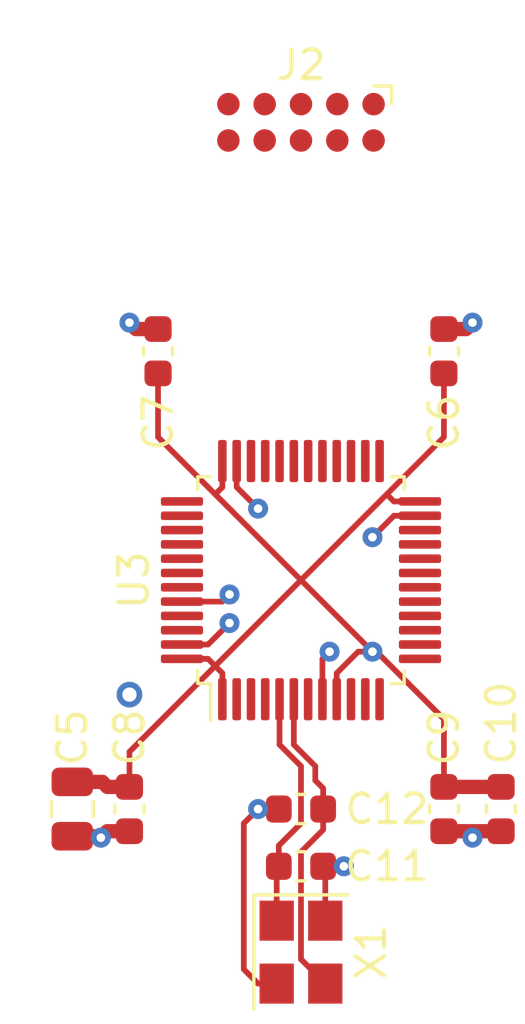
<source format=kicad_pcb>
(kicad_pcb (version 20221018) (generator pcbnew)
  (layers (0 "F.Cu" signal "Front") (31 "B.Cu" signal "Back") (34 "B.Paste" user) (35 "F.Paste" user) (36 "B.SilkS" user "B.Silkscreen") (37 "F.SilkS" user "F.Silkscreen") (38 "B.Mask" user) (39 "F.Mask" user) (44 "Edge.Cuts" user))
  (net 0 "")
  (net 1 "gnd")
  (net 2 "v3v3")
  (net 3 "mcu.adc.curr_1")
  (net 4 "mcu.adc.curr_3")
  (net 5 "mcu.adc.curr_2")
  (net 6 "mcu.gpio.bldc_reset")
  (net 7 "mcu.gpio.bldc_fault")
  (net 8 "mcu.gpio.boost_pwm")
  (net 9 "mcu.gpio.sw1")
  (net 10 "mcu.gpio.pd_int")
  (net 11 "mcu.swd.tdi")
  (net 12 "mcu.gpio.buck_pwm")
  (net 13 "mcu.adc.conv_sense")
  (net 14 "mcu.gpio.rgb")
  (net 15 "mcu.swd.swd.swo")
  (net 16 "mcu.crystal.crystal.b")
  (net 17 "usb_esd.usb.dm")
  (net 18 "bldc_drv.ens.2")
  (net 19 "bldc_drv.ins.1")
  (net 20 "mcu.gpio.bldc_in_2")
  (net 21 "mcu.gpio.bldc_in_3")
  (net 22 "i2c.i2c.sda")
  (net 23 "i2c_tp.io.scl")
  (net 24 "usb.usb.dp")
  (net 25 "bldc_drv.ens.1")
  (net 26 "mcu.gpio.bldc_en_3")
  (net 27 "mcu.swd.swd.swclk")
  (net 28 "mcu.ic.swd.swdio")
  (net 29 "mag.pins.2")
  (net 30 "mcu.swd.swd.reset")
  (net 31 "mcu.crystal.crystal.a")
  (footprint "Capacitor_SMD:C_0603_1608Metric" (layer "F.Cu") (at 141 84)
    (fp_text reference "C11" (at 3 0) (layer "F.SilkS"))
    (fp_text value "C1663")
    (fp_line (start -0.14058 -0.51) (end 0.14058 -0.51) (stroke (width 0.12)) (layer "F.SilkS"))
    (fp_line (start -0.14058 0.51) (end 0.14058 0.51) (stroke (width 0.12)) (layer "F.SilkS"))
    (pad "1" smd roundrect (at -0.775 0) (size 0.9 0.95) (layers "F.Cu" "F.Paste" "F.Mask") (net 31 "mcu.crystal.crystal.a"))
    (pad "2" smd roundrect (at 0.775 0) (size 0.9 0.95) (layers "F.Cu" "F.Paste" "F.Mask") (net 1 "gnd"))
  )
  (footprint "Capacitor_SMD:C_0805_2012Metric" (layer "F.Cu") (at 133 82 -90)
    (fp_text reference "C5" (at -2.5 0 90) (layer "F.SilkS"))
    (fp_text value "C1779")
    (fp_line (start -0.261252 -0.735) (end 0.261252 -0.735) (stroke (width 0.12)) (layer "F.SilkS"))
    (fp_line (start -0.261252 0.735) (end 0.261252 0.735) (stroke (width 0.12)) (layer "F.SilkS"))
    (pad "1" smd roundrect (at -0.95 0 270) (size 1 1.45) (layers "F.Cu" "F.Paste" "F.Mask") (net 2 "v3v3"))
    (pad "2" smd roundrect (at 0.95 0 270) (size 1 1.45) (layers "F.Cu" "F.Paste" "F.Mask") (net 1 "gnd"))
  )
  (footprint "Capacitor_SMD:C_0603_1608Metric" (layer "F.Cu") (at 136 66 90)
    (fp_text reference "C7" (at -2.5 0 90) (layer "F.SilkS"))
    (fp_text value "C14663")
    (fp_line (start -0.14058 -0.51) (end 0.14058 -0.51) (stroke (width 0.12)) (layer "F.SilkS"))
    (fp_line (start -0.14058 0.51) (end 0.14058 0.51) (stroke (width 0.12)) (layer "F.SilkS"))
    (pad "1" smd roundrect (at -0.775 0 90) (size 0.9 0.95) (layers "F.Cu" "F.Paste" "F.Mask") (net 2 "v3v3"))
    (pad "2" smd roundrect (at 0.775 0 90) (size 0.9 0.95) (layers "F.Cu" "F.Paste" "F.Mask") (net 1 "gnd"))
  )
  (footprint "Capacitor_SMD:C_0603_1608Metric" (layer "F.Cu") (at 146 66 90)
    (fp_text reference "C6" (at -2.5 0 90) (layer "F.SilkS"))
    (fp_text value "C14663")
    (fp_line (start -0.14058 -0.51) (end 0.14058 -0.51) (stroke (width 0.12)) (layer "F.SilkS"))
    (fp_line (start -0.14058 0.51) (end 0.14058 0.51) (stroke (width 0.12)) (layer "F.SilkS"))
    (pad "1" smd roundrect (at -0.775 0 90) (size 0.9 0.95) (layers "F.Cu" "F.Paste" "F.Mask") (net 2 "v3v3"))
    (pad "2" smd roundrect (at 0.775 0 90) (size 0.9 0.95) (layers "F.Cu" "F.Paste" "F.Mask") (net 1 "gnd"))
  )
  (footprint "Capacitor_SMD:C_0603_1608Metric" (layer "F.Cu") (at 146 82 -90)
    (fp_text reference "C9" (at -2.5 0 90) (layer "F.SilkS"))
    (fp_text value "C57112")
    (fp_line (start -0.14058 -0.51) (end 0.14058 -0.51) (stroke (width 0.12)) (layer "F.SilkS"))
    (fp_line (start -0.14058 0.51) (end 0.14058 0.51) (stroke (width 0.12)) (layer "F.SilkS"))
    (pad "1" smd roundrect (at -0.775 0 270) (size 0.9 0.95) (layers "F.Cu" "F.Paste" "F.Mask") (net 2 "v3v3"))
    (pad "2" smd roundrect (at 0.775 0 270) (size 0.9 0.95) (layers "F.Cu" "F.Paste" "F.Mask") (net 1 "gnd"))
  )
  (footprint "Crystal:Crystal_SMD_3225-4Pin_3.2x2.5mm" (layer "F.Cu") (at 141 87 -90)
    (fp_text reference "X1" (at 0 -2.45 -90) (layer "F.SilkS"))
    (fp_text value "C9002")
    (fp_line (start -2 -1.65) (end -2 1.65) (stroke (width 0.12)) (layer "F.SilkS"))
    (fp_line (start -2 1.65) (end 2 1.65) (stroke (width 0.12)) (layer "F.SilkS"))
    (pad "1" smd rect (at -1.1 0.85 270) (size 1.4 1.2) (layers "F.Cu" "F.Paste" "F.Mask") (net 31 "mcu.crystal.crystal.a"))
    (pad "2" smd rect (at 1.1 0.85 270) (size 1.4 1.2) (layers "F.Cu" "F.Paste" "F.Mask") (net 1 "gnd"))
    (pad "3" smd rect (at 1.1 -0.85 270) (size 1.4 1.2) (layers "F.Cu" "F.Paste" "F.Mask") (net 16 "mcu.crystal.crystal.b"))
    (pad "4" smd rect (at -1.1 -0.85 270) (size 1.4 1.2) (layers "F.Cu" "F.Paste" "F.Mask") (net 1 "gnd"))
  )
  (footprint "Capacitor_SMD:C_0603_1608Metric" (layer "F.Cu") (at 148 82 -90)
    (fp_text reference "C10" (at -3 0 90) (layer "F.SilkS"))
    (fp_text value "C15849")
    (fp_line (start -0.14058 -0.51) (end 0.14058 -0.51) (stroke (width 0.12)) (layer "F.SilkS"))
    (fp_line (start -0.14058 0.51) (end 0.14058 0.51) (stroke (width 0.12)) (layer "F.SilkS"))
    (pad "1" smd roundrect (at -0.775 0 270) (size 0.9 0.95) (layers "F.Cu" "F.Paste" "F.Mask") (net 2 "v3v3"))
    (pad "2" smd roundrect (at 0.775 0 270) (size 0.9 0.95) (layers "F.Cu" "F.Paste" "F.Mask") (net 1 "gnd"))
  )
  (footprint "Capacitor_SMD:C_0603_1608Metric" (layer "F.Cu") (at 141 82 180)
    (fp_text reference "C12" (at -3 0) (layer "F.SilkS"))
    (fp_text value "C1663")
    (fp_line (start -0.14058 -0.51) (end 0.14058 -0.51) (stroke (width 0.12)) (layer "F.SilkS"))
    (fp_line (start -0.14058 0.51) (end 0.14058 0.51) (stroke (width 0.12)) (layer "F.SilkS"))
    (pad "1" smd roundrect (at -0.775 0 180) (size 0.9 0.95) (layers "F.Cu" "F.Paste" "F.Mask") (net 16 "mcu.crystal.crystal.b"))
    (pad "2" smd roundrect (at 0.775 0 180) (size 0.9 0.95) (layers "F.Cu" "F.Paste" "F.Mask") (net 1 "gnd"))
  )
  (footprint "Capacitor_SMD:C_0603_1608Metric" (layer "F.Cu") (at 135 82 -90)
    (fp_text reference "C8" (at -2.5 0 90) (layer "F.SilkS"))
    (fp_text value "C14663")
    (fp_line (start -0.14058 -0.51) (end 0.14058 -0.51) (stroke (width 0.12)) (layer "F.SilkS"))
    (fp_line (start -0.14058 0.51) (end 0.14058 0.51) (stroke (width 0.12)) (layer "F.SilkS"))
    (pad "1" smd roundrect (at -0.775 0 270) (size 0.9 0.95) (layers "F.Cu" "F.Paste" "F.Mask") (net 2 "v3v3"))
    (pad "2" smd roundrect (at 0.775 0 270) (size 0.9 0.95) (layers "F.Cu" "F.Paste" "F.Mask") (net 1 "gnd"))
  )
  (footprint "Connector:Tag-Connect_TC2050-IDC-FP_2x05_P1.27mm_Vertical" (layer "F.Cu") (at 141 58 180)
    (fp_text reference "J2" (at 0 2 180) (layer "F.SilkS"))
    (fp_text value "")
    (fp_line (start -3.175 1.27) (end -3.175 0.635) (stroke (width 0.12)) (layer "F.SilkS"))
    (fp_line (start -2.54 1.27) (end -3.175 1.27) (stroke (width 0.12)) (layer "F.SilkS"))
    (pad "" np_thru_hole circle (at -3.81 -2.54 180) (size 2.3749 2.3749) (drill 2.3749) (layers "*.Cu" "*.Mask"))
    (pad "" np_thru_hole circle (at -3.81 0 180) (size 0.9906 0.9906) (drill 0.9906) (layers "*.Cu" "*.Mask"))
    (pad "" np_thru_hole circle (at -3.81 2.54 180) (size 2.3749 2.3749) (drill 2.3749) (layers "*.Cu" "*.Mask"))
    (pad "" np_thru_hole circle (at 1.905 -2.54 180) (size 2.3749 2.3749) (drill 2.3749) (layers "*.Cu" "*.Mask"))
    (pad "" np_thru_hole circle (at 1.905 2.54 180) (size 2.3749 2.3749) (drill 2.3749) (layers "*.Cu" "*.Mask"))
    (pad "" np_thru_hole circle (at 3.81 -1.016 180) (size 0.9906 0.9906) (drill 0.9906) (layers "*.Cu" "*.Mask"))
    (pad "" np_thru_hole circle (at 3.81 1.016 180) (size 0.9906 0.9906) (drill 0.9906) (layers "*.Cu" "*.Mask"))
    (pad "1" connect circle (at -2.54 0.635 180) (size 0.7874 0.7874) (layers "F.Cu" "F.Mask") (net 2 "v3v3"))
    (pad "2" connect circle (at -1.27 0.635 180) (size 0.7874 0.7874) (layers "F.Cu" "F.Mask") (net 1 "gnd"))
    (pad "3" connect circle (at 0 0.635 180) (size 0.7874 0.7874) (layers "F.Cu" "F.Mask") (net 1 "gnd"))
    (pad "4" connect circle (at 1.27 0.635 180) (size 0.7874 0.7874) (layers "F.Cu" "F.Mask"))
    (pad "5" connect circle (at 2.54 0.635 180) (size 0.7874 0.7874) (layers "F.Cu" "F.Mask") (net 1 "gnd"))
    (pad "6" connect circle (at 2.54 -0.635 180) (size 0.7874 0.7874) (layers "F.Cu" "F.Mask") (net 30 "mcu.swd.swd.reset"))
    (pad "7" connect circle (at 1.27 -0.635 180) (size 0.7874 0.7874) (layers "F.Cu" "F.Mask") (net 11 "mcu.swd.tdi"))
    (pad "8" connect circle (at 0 -0.635 180) (size 0.7874 0.7874) (layers "F.Cu" "F.Mask") (net 15 "mcu.swd.swd.swo"))
    (pad "9" connect circle (at -1.27 -0.635 180) (size 0.7874 0.7874) (layers "F.Cu" "F.Mask") (net 27 "mcu.swd.swd.swclk"))
    (pad "10" connect circle (at -2.54 -0.635 180) (size 0.7874 0.7874) (layers "F.Cu" "F.Mask") (net 28 "mcu.ic.swd.swdio"))
  )
  (footprint "Package_QFP:LQFP-48_7x7mm_P0.5mm" (layer "F.Cu") (at 141 74 90)
    (fp_text reference "U3" (at 0 -5.85 90) (layer "F.SilkS"))
    (fp_text value "C8734")
    (fp_line (start -3.61 -3.61) (end -3.61 -3.16) (stroke (width 0.12)) (layer "F.SilkS"))
    (fp_line (start -3.61 -3.16) (end -4.9 -3.16) (stroke (width 0.12)) (layer "F.SilkS"))
    (fp_line (start -3.61 3.61) (end -3.61 3.16) (stroke (width 0.12)) (layer "F.SilkS"))
    (fp_line (start -3.16 -3.61) (end -3.61 -3.61) (stroke (width 0.12)) (layer "F.SilkS"))
    (fp_line (start -3.16 3.61) (end -3.61 3.61) (stroke (width 0.12)) (layer "F.SilkS"))
    (fp_line (start 3.16 -3.61) (end 3.61 -3.61) (stroke (width 0.12)) (layer "F.SilkS"))
    (fp_line (start 3.16 3.61) (end 3.61 3.61) (stroke (width 0.12)) (layer "F.SilkS"))
    (fp_line (start 3.61 -3.61) (end 3.61 -3.16) (stroke (width 0.12)) (layer "F.SilkS"))
    (fp_line (start 3.61 3.61) (end 3.61 3.16) (stroke (width 0.12)) (layer "F.SilkS"))
    (pad "1" smd roundrect (at -4.1625 -2.75 90) (size 1.475 0.3) (layers "F.Cu" "F.Paste" "F.Mask") (net 2 "v3v3"))
    (pad "2" smd roundrect (at -4.1625 -2.25 90) (size 1.475 0.3) (layers "F.Cu" "F.Paste" "F.Mask"))
    (pad "3" smd roundrect (at -4.1625 -1.75 90) (size 1.475 0.3) (layers "F.Cu" "F.Paste" "F.Mask"))
    (pad "4" smd roundrect (at -4.1625 -1.25 90) (size 1.475 0.3) (layers "F.Cu" "F.Paste" "F.Mask"))
    (pad "5" smd roundrect (at -4.1625 -0.75 90) (size 1.475 0.3) (layers "F.Cu" "F.Paste" "F.Mask") (net 31 "mcu.crystal.crystal.a"))
    (pad "6" smd roundrect (at -4.1625 -0.25 90) (size 1.475 0.3) (layers "F.Cu" "F.Paste" "F.Mask") (net 16 "mcu.crystal.crystal.b"))
    (pad "7" smd roundrect (at -4.1625 0.25 90) (size 1.475 0.3) (layers "F.Cu" "F.Paste" "F.Mask") (net 30 "mcu.swd.swd.reset"))
    (pad "8" smd roundrect (at -4.1625 0.75 90) (size 1.475 0.3) (layers "F.Cu" "F.Paste" "F.Mask") (net 1 "gnd"))
    (pad "9" smd roundrect (at -4.1625 1.25 90) (size 1.475 0.3) (layers "F.Cu" "F.Paste" "F.Mask") (net 2 "v3v3"))
    (pad "10" smd roundrect (at -4.1625 1.75 90) (size 1.475 0.3) (layers "F.Cu" "F.Paste" "F.Mask") (net 29 "mag.pins.2"))
    (pad "11" smd roundrect (at -4.1625 2.25 90) (size 1.475 0.3) (layers "F.Cu" "F.Paste" "F.Mask") (net 12 "mcu.gpio.buck_pwm"))
    (pad "12" smd roundrect (at -4.1625 2.75 90) (size 1.475 0.3) (layers "F.Cu" "F.Paste" "F.Mask") (net 8 "mcu.gpio.boost_pwm"))
    (pad "13" smd roundrect (at -2.75 4.1625 90) (size 0.3 1.475) (layers "F.Cu" "F.Paste" "F.Mask") (net 13 "mcu.adc.conv_sense"))
    (pad "14" smd roundrect (at -2.25 4.1625 90) (size 0.3 1.475) (layers "F.Cu" "F.Paste" "F.Mask") (net 5 "mcu.adc.curr_2"))
    (pad "15" smd roundrect (at -1.75 4.1625 90) (size 0.3 1.475) (layers "F.Cu" "F.Paste" "F.Mask") (net 3 "mcu.adc.curr_1"))
    (pad "16" smd roundrect (at -1.25 4.1625 90) (size 0.3 1.475) (layers "F.Cu" "F.Paste" "F.Mask") (net 4 "mcu.adc.curr_3"))
    (pad "17" smd roundrect (at -0.75 4.1625 90) (size 0.3 1.475) (layers "F.Cu" "F.Paste" "F.Mask") (net 19 "bldc_drv.ins.1"))
    (pad "18" smd roundrect (at -0.25 4.1625 90) (size 0.3 1.475) (layers "F.Cu" "F.Paste" "F.Mask") (net 25 "bldc_drv.ens.1"))
    (pad "19" smd roundrect (at 0.25 4.1625 90) (size 0.3 1.475) (layers "F.Cu" "F.Paste" "F.Mask") (net 20 "mcu.gpio.bldc_in_2"))
    (pad "20" smd roundrect (at 0.75 4.1625 90) (size 0.3 1.475) (layers "F.Cu" "F.Paste" "F.Mask") (net 18 "bldc_drv.ens.2"))
    (pad "21" smd roundrect (at 1.25 4.1625 90) (size 0.3 1.475) (layers "F.Cu" "F.Paste" "F.Mask") (net 21 "mcu.gpio.bldc_in_3"))
    (pad "22" smd roundrect (at 1.75 4.1625 90) (size 0.3 1.475) (layers "F.Cu" "F.Paste" "F.Mask") (net 26 "mcu.gpio.bldc_en_3"))
    (pad "23" smd roundrect (at 2.25 4.1625 90) (size 0.3 1.475) (layers "F.Cu" "F.Paste" "F.Mask") (net 1 "gnd"))
    (pad "24" smd roundrect (at 2.75 4.1625 90) (size 0.3 1.475) (layers "F.Cu" "F.Paste" "F.Mask") (net 2 "v3v3"))
    (pad "25" smd roundrect (at 4.1625 2.75 90) (size 1.475 0.3) (layers "F.Cu" "F.Paste" "F.Mask") (net 7 "mcu.gpio.bldc_fault"))
    (pad "26" smd roundrect (at 4.1625 2.25 90) (size 1.475 0.3) (layers "F.Cu" "F.Paste" "F.Mask") (net 6 "mcu.gpio.bldc_reset"))
    (pad "27" smd roundrect (at 4.1625 1.75 90) (size 1.475 0.3) (layers "F.Cu" "F.Paste" "F.Mask"))
    (pad "28" smd roundrect (at 4.1625 1.25 90) (size 1.475 0.3) (layers "F.Cu" "F.Paste" "F.Mask"))
    (pad "29" smd roundrect (at 4.1625 0.75 90) (size 1.475 0.3) (layers "F.Cu" "F.Paste" "F.Mask"))
    (pad "30" smd roundrect (at 4.1625 0.25 90) (size 1.475 0.3) (layers "F.Cu" "F.Paste" "F.Mask"))
    (pad "31" smd roundrect (at 4.1625 -0.25 90) (size 1.475 0.3) (layers "F.Cu" "F.Paste" "F.Mask"))
    (pad "32" smd roundrect (at 4.1625 -0.75 90) (size 1.475 0.3) (layers "F.Cu" "F.Paste" "F.Mask") (net 17 "usb_esd.usb.dm"))
    (pad "33" smd roundrect (at 4.1625 -1.25 90) (size 1.475 0.3) (layers "F.Cu" "F.Paste" "F.Mask") (net 24 "usb.usb.dp"))
    (pad "34" smd roundrect (at 4.1625 -1.75 90) (size 1.475 0.3) (layers "F.Cu" "F.Paste" "F.Mask") (net 28 "mcu.ic.swd.swdio"))
    (pad "35" smd roundrect (at 4.1625 -2.25 90) (size 1.475 0.3) (layers "F.Cu" "F.Paste" "F.Mask") (net 1 "gnd"))
    (pad "36" smd roundrect (at 4.1625 -2.75 90) (size 1.475 0.3) (layers "F.Cu" "F.Paste" "F.Mask") (net 2 "v3v3"))
    (pad "37" smd roundrect (at 2.75 -4.1625 90) (size 0.3 1.475) (layers "F.Cu" "F.Paste" "F.Mask") (net 27 "mcu.swd.swd.swclk"))
    (pad "38" smd roundrect (at 2.25 -4.1625 90) (size 0.3 1.475) (layers "F.Cu" "F.Paste" "F.Mask") (net 9 "mcu.gpio.sw1"))
    (pad "39" smd roundrect (at 1.75 -4.1625 90) (size 0.3 1.475) (layers "F.Cu" "F.Paste" "F.Mask") (net 15 "mcu.swd.swd.swo"))
    (pad "40" smd roundrect (at 1.25 -4.1625 90) (size 0.3 1.475) (layers "F.Cu" "F.Paste" "F.Mask") (net 14 "mcu.gpio.rgb"))
    (pad "41" smd roundrect (at 0.75 -4.1625 90) (size 0.3 1.475) (layers "F.Cu" "F.Paste" "F.Mask"))
    (pad "42" smd roundrect (at 0.25 -4.1625 90) (size 0.3 1.475) (layers "F.Cu" "F.Paste" "F.Mask") (net 23 "i2c_tp.io.scl"))
    (pad "43" smd roundrect (at -0.25 -4.1625 90) (size 0.3 1.475) (layers "F.Cu" "F.Paste" "F.Mask") (net 22 "i2c.i2c.sda"))
    (pad "44" smd roundrect (at -0.75 -4.1625 90) (size 0.3 1.475) (layers "F.Cu" "F.Paste" "F.Mask") (net 1 "gnd"))
    (pad "45" smd roundrect (at -1.25 -4.1625 90) (size 0.3 1.475) (layers "F.Cu" "F.Paste" "F.Mask") (net 10 "mcu.gpio.pd_int"))
    (pad "46" smd roundrect (at -1.75 -4.1625 90) (size 0.3 1.475) (layers "F.Cu" "F.Paste" "F.Mask"))
    (pad "47" smd roundrect (at -2.25 -4.1625 90) (size 0.3 1.475) (layers "F.Cu" "F.Paste" "F.Mask") (net 1 "gnd"))
    (pad "48" smd roundrect (at -2.75 -4.1625 90) (size 0.3 1.475) (layers "F.Cu" "F.Paste" "F.Mask") (net 2 "v3v3"))
  )
  (segment (start 148 82.775) (end 146 82.775) (width 0.5) (layer "F.Cu") (net 1))
  (segment (start 140.225 82) (end 139.5 82) (width 0.2) (layer "F.Cu") (net 1))
  (segment (start 138.75 69.8375) (end 138.75 70.75) (width 0.2) (layer "F.Cu") (net 1))
  (segment (start 136 65.225) (end 135.225 65.225) (width 0.5) (layer "F.Cu") (net 1))
  (segment (start 136.8375 76.25) (end 137.75 76.25) (width 0.2) (layer "F.Cu") (net 1))
  (segment (start 139.5 88.1) (end 139 87.6) (width 0.2) (layer "F.Cu") (net 1))
  (segment (start 134.05 82.95) (end 133 82.95) (width 0.5) (layer "F.Cu") (net 1))
  (segment (start 146 65.225) (end 146.775 65.225) (width 0.5) (layer "F.Cu") (net 1))
  (segment (start 137.75 76.25) (end 138.5 75.5) (width 0.2) (layer "F.Cu") (net 1))
  (segment (start 144.25 71.75) (end 143.5 72.5) (width 0.2) (layer "F.Cu") (net 1))
  (segment (start 146 82.775) (end 146.775 82.775) (width 0.5) (layer "F.Cu") (net 1))
  (segment (start 139 87.6) (end 139 82.5) (width 0.2) (layer "F.Cu") (net 1))
  (segment (start 141.85 84.075) (end 141.775 84) (width 0.2) (layer "F.Cu") (net 1))
  (segment (start 141.775 84) (end 142.5 84) (width 0.2) (layer "F.Cu") (net 1))
  (segment (start 135.225 65.225) (end 135 65) (width 0.5) (layer "F.Cu") (net 1))
  (segment (start 139 82.5) (end 139.5 82) (width 0.2) (layer "F.Cu") (net 1))
  (segment (start 135 82.775) (end 134.225 82.775) (width 0.5) (layer "F.Cu") (net 1))
  (segment (start 146.775 65.225) (end 147 65) (width 0.5) (layer "F.Cu") (net 1))
  (segment (start 138.25 74.75) (end 138.5 74.5) (width 0.2) (layer "F.Cu") (net 1))
  (segment (start 141.75 76.75) (end 142 76.5) (width 0.2) (layer "F.Cu") (net 1))
  (segment (start 141.85 85.9) (end 141.85 84.075) (width 0.2) (layer "F.Cu") (net 1))
  (segment (start 134.225 82.775) (end 134.05 82.95) (width 0.5) (layer "F.Cu") (net 1))
  (segment (start 141.75 78.1625) (end 141.75 76.75) (width 0.2) (layer "F.Cu") (net 1))
  (segment (start 134.225 82.775) (end 134 83) (width 0.5) (layer "F.Cu") (net 1))
  (segment (start 145.1625 71.75) (end 144.25 71.75) (width 0.2) (layer "F.Cu") (net 1))
  (segment (start 136.8375 74.75) (end 138.25 74.75) (width 0.2) (layer "F.Cu") (net 1))
  (segment (start 146.775 82.775) (end 147 83) (width 0.5) (layer "F.Cu") (net 1))
  (segment (start 140.15 88.1) (end 139.5 88.1) (width 0.2) (layer "F.Cu") (net 1))
  (segment (start 138.75 70.75) (end 139.5 71.5) (width 0.2) (layer "F.Cu") (net 1))
  (via (at 138.5 75.5) (size 0.7) (drill 0.3) (layers "F.Cu" "B.Cu") (net 1))
  (via (at 135 65) (size 0.7) (drill 0.3) (layers "F.Cu" "B.Cu") (net 1))
  (via (at 138.5 74.5) (size 0.7) (drill 0.3) (layers "F.Cu" "B.Cu") (net 1))
  (via (at 139.5 82) (size 0.7) (drill 0.3) (layers "F.Cu" "B.Cu") (net 1))
  (via (at 142 76.5) (size 0.7) (drill 0.3) (layers "F.Cu" "B.Cu") (net 1))
  (via (at 134 83) (size 0.7) (drill 0.3) (layers "F.Cu" "B.Cu") (net 1))
  (via (at 143.5 72.5) (size 0.7) (drill 0.3) (layers "F.Cu" "B.Cu") (net 1))
  (via (at 142.5 84) (size 0.7) (drill 0.3) (layers "F.Cu" "B.Cu") (net 1))
  (via (at 147 83) (size 0.7) (drill 0.3) (layers "F.Cu" "B.Cu") (net 1))
  (via (at 147 65) (size 0.7) (drill 0.3) (layers "F.Cu" "B.Cu") (net 1))
  (via (at 139.5 71.5) (size 0.7) (drill 0.3) (layers "F.Cu" "B.Cu") (net 1))
  (segment (start 143 76.5) (end 142.25 77.25) (width 0.2) (layer "F.Cu") (net 2))
  (segment (start 138 77) (end 135 80) (width 0.2) (layer "F.Cu") (net 2))
  (segment (start 146 69) (end 144 71) (width 0.2) (layer "F.Cu") (net 2))
  (segment (start 138.25 77.25) (end 138 77) (width 0.2) (layer "F.Cu") (net 2))
  (segment (start 143.5 76.5) (end 138 71) (width 0.2) (layer "F.Cu") (net 2))
  (segment (start 144 71) (end 138 77) (width 0.2) (layer "F.Cu") (net 2))
  (segment (start 136.8375 76.75) (end 137.75 76.75) (width 0.2) (layer "F.Cu") (net 2))
  (segment (start 143.5 76.5) (end 143 76.5) (width 0.2) (layer "F.Cu") (net 2))
  (segment (start 144.25 71.25) (end 144 71) (width 0.2) (layer "F.Cu") (net 2))
  (segment (start 146 78.857691) (end 146 81.225) (width 0.2) (layer "F.Cu") (net 2))
  (segment (start 142.25 77.25) (end 142.25 78.1625) (width 0.2) (layer "F.Cu") (net 2))
  (segment (start 146 66.775) (end 146 69) (width 0.2) (layer "F.Cu") (net 2))
  (segment (start 138 71) (end 136 69) (width 0.2) (layer "F.Cu") (net 2))
  (segment (start 145.1625 71.25) (end 144.25 71.25) (width 0.2) (layer "F.Cu") (net 2))
  (segment (start 135 81.225) (end 134.225 81.225) (width 0.5) (layer "F.Cu") (net 2))
  (segment (start 138.25 78.1625) (end 138.25 77.25) (width 0.2) (layer "F.Cu") (net 2))
  (segment (start 148 81.225) (end 146 81.225) (width 0.5) (layer "F.Cu") (net 2))
  (segment (start 134.225 81.225) (end 134.05 81.05) (width 0.5) (layer "F.Cu") (net 2))
  (segment (start 143.642309 76.5) (end 146 78.857691) (width 0.2) (layer "F.Cu") (net 2))
  (segment (start 135 80) (end 135 81.225) (width 0.2) (layer "F.Cu") (net 2))
  (segment (start 136 66.775) (end 136 69) (width 0.2) (layer "F.Cu") (net 2))
  (segment (start 137.75 76.75) (end 138 77) (width 0.2) (layer "F.Cu") (net 2))
  (segment (start 138.25 70.75) (end 138 71) (width 0.2) (layer "F.Cu") (net 2))
  (segment (start 134.05 81.05) (end 133 81.05) (width 0.5) (layer "F.Cu") (net 2))
  (segment (start 138.25 69.8375) (end 138.25 70.75) (width 0.2) (layer "F.Cu") (net 2))
  (segment (start 143.5 76.5) (end 143.642309 76.5) (width 0.2) (layer "F.Cu") (net 2))
  (via (at 143.5 76.5) (size 0.7) (drill 0.3) (layers "F.Cu" "B.Cu") (net 2))
  (via (at 135 78) (size 0.9) (drill 0.5) (layers "F.Cu" "B.Cu") (net 2))
  (segment (start 141.5 81) (end 141.5 80.5) (width 0.2) (layer "F.Cu") (net 16))
  (segment (start 141.775 82) (end 141.775 82.725) (width 0.2) (layer "F.Cu") (net 16))
  (segment (start 140.75 79.75) (end 141.5 80.5) (width 0.2) (layer "F.Cu") (net 16))
  (segment (start 141.775 82.725) (end 141 83.5) (width 0.2) (layer "F.Cu") (net 16))
  (segment (start 141.775 81.275) (end 141.5 81) (width 0.2) (layer "F.Cu") (net 16))
  (segment (start 141.775 82) (end 141.775 81.275) (width 0.2) (layer "F.Cu") (net 16))
  (segment (start 140.75 78.1625) (end 140.75 79.75) (width 0.2) (layer "F.Cu") (net 16))
  (segment (start 141 87.25) (end 141.85 88.1) (width 0.2) (layer "F.Cu") (net 16))
  (segment (start 141 83.5) (end 141 87.25) (width 0.2) (layer "F.Cu") (net 16))
  (segment (start 140.25 78.1625) (end 140.25 79.75) (width 0.2) (layer "F.Cu") (net 31))
  (segment (start 140.15 85.9) (end 140.15 84.075) (width 0.2) (layer "F.Cu") (net 31))
  (segment (start 140.15 84.075) (end 140.225 84) (width 0.2) (layer "F.Cu") (net 31))
  (segment (start 141 82.5) (end 141 80.5) (width 0.2) (layer "F.Cu") (net 31))
  (segment (start 140.225 83.275) (end 141 82.5) (width 0.2) (layer "F.Cu") (net 31))
  (segment (start 140.225 84) (end 140.225 83.275) (width 0.2) (layer "F.Cu") (net 31))
  (segment (start 140.25 79.75) (end 141 80.5) (width 0.2) (layer "F.Cu") (net 31))
)
</source>
